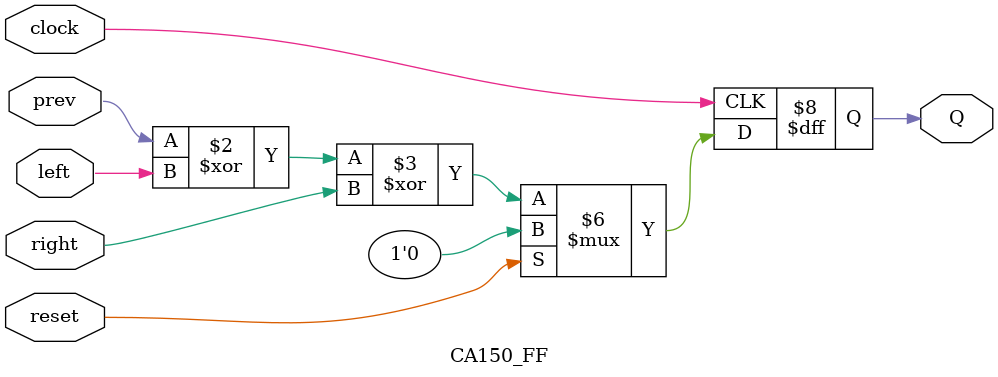
<source format=v>
`timescale 1ns / 1ps

module CA150_FF(
    input clock,
    input reset,
    input left,
    input prev,
    input right,
    output reg Q
    );
    
    initial
        Q <= 1;
    
    always@(posedge clock) begin
    if(reset)
        Q <= 0;  
    else
        Q <= prev ^ left ^ right;
    end
    
endmodule

</source>
